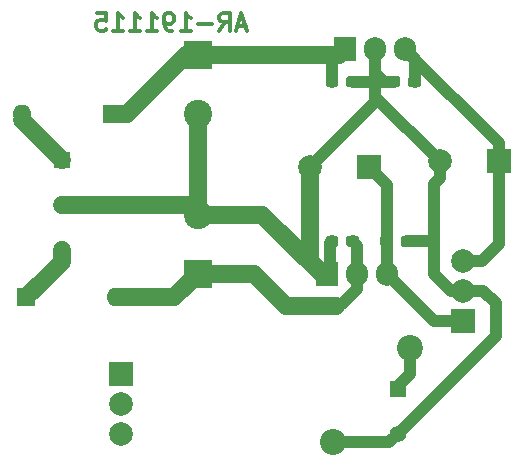
<source format=gbr>
G04 #@! TF.GenerationSoftware,KiCad,Pcbnew,(5.0.0)*
G04 #@! TF.CreationDate,2019-11-15T18:54:58-03:00*
G04 #@! TF.ProjectId,driver_alto,6472697665725F616C746F2E6B696361,rev?*
G04 #@! TF.SameCoordinates,Original*
G04 #@! TF.FileFunction,Copper,L2,Bot,Signal*
G04 #@! TF.FilePolarity,Positive*
%FSLAX46Y46*%
G04 Gerber Fmt 4.6, Leading zero omitted, Abs format (unit mm)*
G04 Created by KiCad (PCBNEW (5.0.0)) date 11/15/19 18:54:58*
%MOMM*%
%LPD*%
G01*
G04 APERTURE LIST*
G04 #@! TA.AperFunction,NonConductor*
%ADD10C,0.300000*%
G04 #@! TD*
G04 #@! TA.AperFunction,ComponentPad*
%ADD11R,1.600000X1.600000*%
G04 #@! TD*
G04 #@! TA.AperFunction,ComponentPad*
%ADD12O,1.600000X1.600000*%
G04 #@! TD*
G04 #@! TA.AperFunction,ComponentPad*
%ADD13C,2.000000*%
G04 #@! TD*
G04 #@! TA.AperFunction,ComponentPad*
%ADD14R,2.000000X2.000000*%
G04 #@! TD*
G04 #@! TA.AperFunction,Conductor*
%ADD15C,0.050000*%
G04 #@! TD*
G04 #@! TA.AperFunction,SMDPad,CuDef*
%ADD16C,0.950000*%
G04 #@! TD*
G04 #@! TA.AperFunction,ComponentPad*
%ADD17C,2.400000*%
G04 #@! TD*
G04 #@! TA.AperFunction,ComponentPad*
%ADD18R,2.400000X2.400000*%
G04 #@! TD*
G04 #@! TA.AperFunction,ComponentPad*
%ADD19C,1.400000*%
G04 #@! TD*
G04 #@! TA.AperFunction,ComponentPad*
%ADD20R,1.400000X1.400000*%
G04 #@! TD*
G04 #@! TA.AperFunction,ComponentPad*
%ADD21R,1.905000X2.000000*%
G04 #@! TD*
G04 #@! TA.AperFunction,ComponentPad*
%ADD22O,1.905000X2.000000*%
G04 #@! TD*
G04 #@! TA.AperFunction,ViaPad*
%ADD23C,2.200000*%
G04 #@! TD*
G04 #@! TA.AperFunction,Conductor*
%ADD24C,1.000000*%
G04 #@! TD*
G04 #@! TA.AperFunction,Conductor*
%ADD25C,1.500000*%
G04 #@! TD*
G04 APERTURE END LIST*
D10*
X119071428Y-49000000D02*
X118357142Y-49000000D01*
X119214285Y-49428571D02*
X118714285Y-47928571D01*
X118214285Y-49428571D01*
X116857142Y-49428571D02*
X117357142Y-48714285D01*
X117714285Y-49428571D02*
X117714285Y-47928571D01*
X117142857Y-47928571D01*
X117000000Y-48000000D01*
X116928571Y-48071428D01*
X116857142Y-48214285D01*
X116857142Y-48428571D01*
X116928571Y-48571428D01*
X117000000Y-48642857D01*
X117142857Y-48714285D01*
X117714285Y-48714285D01*
X116214285Y-48857142D02*
X115071428Y-48857142D01*
X113571428Y-49428571D02*
X114428571Y-49428571D01*
X114000000Y-49428571D02*
X114000000Y-47928571D01*
X114142857Y-48142857D01*
X114285714Y-48285714D01*
X114428571Y-48357142D01*
X112857142Y-49428571D02*
X112571428Y-49428571D01*
X112428571Y-49357142D01*
X112357142Y-49285714D01*
X112214285Y-49071428D01*
X112142857Y-48785714D01*
X112142857Y-48214285D01*
X112214285Y-48071428D01*
X112285714Y-48000000D01*
X112428571Y-47928571D01*
X112714285Y-47928571D01*
X112857142Y-48000000D01*
X112928571Y-48071428D01*
X113000000Y-48214285D01*
X113000000Y-48571428D01*
X112928571Y-48714285D01*
X112857142Y-48785714D01*
X112714285Y-48857142D01*
X112428571Y-48857142D01*
X112285714Y-48785714D01*
X112214285Y-48714285D01*
X112142857Y-48571428D01*
X110714285Y-49428571D02*
X111571428Y-49428571D01*
X111142857Y-49428571D02*
X111142857Y-47928571D01*
X111285714Y-48142857D01*
X111428571Y-48285714D01*
X111571428Y-48357142D01*
X109285714Y-49428571D02*
X110142857Y-49428571D01*
X109714285Y-49428571D02*
X109714285Y-47928571D01*
X109857142Y-48142857D01*
X110000000Y-48285714D01*
X110142857Y-48357142D01*
X107857142Y-49428571D02*
X108714285Y-49428571D01*
X108285714Y-49428571D02*
X108285714Y-47928571D01*
X108428571Y-48142857D01*
X108571428Y-48285714D01*
X108714285Y-48357142D01*
X106500000Y-47928571D02*
X107214285Y-47928571D01*
X107285714Y-48642857D01*
X107214285Y-48571428D01*
X107071428Y-48500000D01*
X106714285Y-48500000D01*
X106571428Y-48571428D01*
X106500000Y-48642857D01*
X106428571Y-48785714D01*
X106428571Y-49142857D01*
X106500000Y-49285714D01*
X106571428Y-49357142D01*
X106714285Y-49428571D01*
X107071428Y-49428571D01*
X107214285Y-49357142D01*
X107285714Y-49285714D01*
D11*
G04 #@! TO.P,D2,1*
G04 #@! TO.N,Net-(D2-Pad1)*
X100500000Y-72000000D03*
D12*
G04 #@! TO.P,D2,2*
G04 #@! TO.N,Net-(C2-Pad1)*
X108120000Y-72000000D03*
G04 #@! TD*
D11*
G04 #@! TO.P,D1,1*
G04 #@! TO.N,Net-(C1-Pad1)*
X107750000Y-56500000D03*
D12*
G04 #@! TO.P,D1,2*
G04 #@! TO.N,Net-(D1-Pad2)*
X100130000Y-56500000D03*
G04 #@! TD*
D13*
G04 #@! TO.P,C10,2*
G04 #@! TO.N,GNDREF*
X135500000Y-60500000D03*
D14*
G04 #@! TO.P,C10,1*
G04 #@! TO.N,/VCC*
X140500000Y-60500000D03*
G04 #@! TD*
G04 #@! TO.P,C11,1*
G04 #@! TO.N,/VEE*
X129500000Y-61000000D03*
D13*
G04 #@! TO.P,C11,2*
G04 #@! TO.N,GNDREF*
X124500000Y-61000000D03*
G04 #@! TD*
D15*
G04 #@! TO.N,/VEE*
G04 #@! TO.C,C7*
G36*
X131310779Y-66776144D02*
X131333834Y-66779563D01*
X131356443Y-66785227D01*
X131378387Y-66793079D01*
X131399457Y-66803044D01*
X131419448Y-66815026D01*
X131438168Y-66828910D01*
X131455438Y-66844562D01*
X131471090Y-66861832D01*
X131484974Y-66880552D01*
X131496956Y-66900543D01*
X131506921Y-66921613D01*
X131514773Y-66943557D01*
X131520437Y-66966166D01*
X131523856Y-66989221D01*
X131525000Y-67012500D01*
X131525000Y-67487500D01*
X131523856Y-67510779D01*
X131520437Y-67533834D01*
X131514773Y-67556443D01*
X131506921Y-67578387D01*
X131496956Y-67599457D01*
X131484974Y-67619448D01*
X131471090Y-67638168D01*
X131455438Y-67655438D01*
X131438168Y-67671090D01*
X131419448Y-67684974D01*
X131399457Y-67696956D01*
X131378387Y-67706921D01*
X131356443Y-67714773D01*
X131333834Y-67720437D01*
X131310779Y-67723856D01*
X131287500Y-67725000D01*
X130712500Y-67725000D01*
X130689221Y-67723856D01*
X130666166Y-67720437D01*
X130643557Y-67714773D01*
X130621613Y-67706921D01*
X130600543Y-67696956D01*
X130580552Y-67684974D01*
X130561832Y-67671090D01*
X130544562Y-67655438D01*
X130528910Y-67638168D01*
X130515026Y-67619448D01*
X130503044Y-67599457D01*
X130493079Y-67578387D01*
X130485227Y-67556443D01*
X130479563Y-67533834D01*
X130476144Y-67510779D01*
X130475000Y-67487500D01*
X130475000Y-67012500D01*
X130476144Y-66989221D01*
X130479563Y-66966166D01*
X130485227Y-66943557D01*
X130493079Y-66921613D01*
X130503044Y-66900543D01*
X130515026Y-66880552D01*
X130528910Y-66861832D01*
X130544562Y-66844562D01*
X130561832Y-66828910D01*
X130580552Y-66815026D01*
X130600543Y-66803044D01*
X130621613Y-66793079D01*
X130643557Y-66785227D01*
X130666166Y-66779563D01*
X130689221Y-66776144D01*
X130712500Y-66775000D01*
X131287500Y-66775000D01*
X131310779Y-66776144D01*
X131310779Y-66776144D01*
G37*
D16*
G04 #@! TD*
G04 #@! TO.P,C7,1*
G04 #@! TO.N,/VEE*
X131000000Y-67250000D03*
D15*
G04 #@! TO.N,GNDREF*
G04 #@! TO.C,C7*
G36*
X133060779Y-66776144D02*
X133083834Y-66779563D01*
X133106443Y-66785227D01*
X133128387Y-66793079D01*
X133149457Y-66803044D01*
X133169448Y-66815026D01*
X133188168Y-66828910D01*
X133205438Y-66844562D01*
X133221090Y-66861832D01*
X133234974Y-66880552D01*
X133246956Y-66900543D01*
X133256921Y-66921613D01*
X133264773Y-66943557D01*
X133270437Y-66966166D01*
X133273856Y-66989221D01*
X133275000Y-67012500D01*
X133275000Y-67487500D01*
X133273856Y-67510779D01*
X133270437Y-67533834D01*
X133264773Y-67556443D01*
X133256921Y-67578387D01*
X133246956Y-67599457D01*
X133234974Y-67619448D01*
X133221090Y-67638168D01*
X133205438Y-67655438D01*
X133188168Y-67671090D01*
X133169448Y-67684974D01*
X133149457Y-67696956D01*
X133128387Y-67706921D01*
X133106443Y-67714773D01*
X133083834Y-67720437D01*
X133060779Y-67723856D01*
X133037500Y-67725000D01*
X132462500Y-67725000D01*
X132439221Y-67723856D01*
X132416166Y-67720437D01*
X132393557Y-67714773D01*
X132371613Y-67706921D01*
X132350543Y-67696956D01*
X132330552Y-67684974D01*
X132311832Y-67671090D01*
X132294562Y-67655438D01*
X132278910Y-67638168D01*
X132265026Y-67619448D01*
X132253044Y-67599457D01*
X132243079Y-67578387D01*
X132235227Y-67556443D01*
X132229563Y-67533834D01*
X132226144Y-67510779D01*
X132225000Y-67487500D01*
X132225000Y-67012500D01*
X132226144Y-66989221D01*
X132229563Y-66966166D01*
X132235227Y-66943557D01*
X132243079Y-66921613D01*
X132253044Y-66900543D01*
X132265026Y-66880552D01*
X132278910Y-66861832D01*
X132294562Y-66844562D01*
X132311832Y-66828910D01*
X132330552Y-66815026D01*
X132350543Y-66803044D01*
X132371613Y-66793079D01*
X132393557Y-66785227D01*
X132416166Y-66779563D01*
X132439221Y-66776144D01*
X132462500Y-66775000D01*
X133037500Y-66775000D01*
X133060779Y-66776144D01*
X133060779Y-66776144D01*
G37*
D16*
G04 #@! TD*
G04 #@! TO.P,C7,2*
G04 #@! TO.N,GNDREF*
X132750000Y-67250000D03*
D13*
G04 #@! TO.P,J4,3*
G04 #@! TO.N,/VCC*
X137500000Y-68920000D03*
G04 #@! TO.P,J4,2*
G04 #@! TO.N,GNDREF*
X137500000Y-71460000D03*
D14*
G04 #@! TO.P,J4,1*
G04 #@! TO.N,/VEE*
X137500000Y-74000000D03*
G04 #@! TD*
G04 #@! TO.P,J2,1*
G04 #@! TO.N,/VDD*
X108500000Y-78500000D03*
D13*
G04 #@! TO.P,J2,2*
G04 #@! TO.N,GND*
X108500000Y-81040000D03*
G04 #@! TO.P,J2,3*
G04 #@! TO.N,Net-(J2-Pad3)*
X108500000Y-83580000D03*
G04 #@! TD*
D17*
G04 #@! TO.P,C1,2*
G04 #@! TO.N,GNDREF*
X115000000Y-56500000D03*
D18*
G04 #@! TO.P,C1,1*
G04 #@! TO.N,Net-(C1-Pad1)*
X115000000Y-51500000D03*
G04 #@! TD*
G04 #@! TO.P,C2,1*
G04 #@! TO.N,Net-(C2-Pad1)*
X115000000Y-70000000D03*
D17*
G04 #@! TO.P,C2,2*
G04 #@! TO.N,GNDREF*
X115000000Y-65000000D03*
G04 #@! TD*
D15*
G04 #@! TO.N,Net-(C1-Pad1)*
G04 #@! TO.C,C4*
G36*
X126685779Y-53276144D02*
X126708834Y-53279563D01*
X126731443Y-53285227D01*
X126753387Y-53293079D01*
X126774457Y-53303044D01*
X126794448Y-53315026D01*
X126813168Y-53328910D01*
X126830438Y-53344562D01*
X126846090Y-53361832D01*
X126859974Y-53380552D01*
X126871956Y-53400543D01*
X126881921Y-53421613D01*
X126889773Y-53443557D01*
X126895437Y-53466166D01*
X126898856Y-53489221D01*
X126900000Y-53512500D01*
X126900000Y-53987500D01*
X126898856Y-54010779D01*
X126895437Y-54033834D01*
X126889773Y-54056443D01*
X126881921Y-54078387D01*
X126871956Y-54099457D01*
X126859974Y-54119448D01*
X126846090Y-54138168D01*
X126830438Y-54155438D01*
X126813168Y-54171090D01*
X126794448Y-54184974D01*
X126774457Y-54196956D01*
X126753387Y-54206921D01*
X126731443Y-54214773D01*
X126708834Y-54220437D01*
X126685779Y-54223856D01*
X126662500Y-54225000D01*
X126087500Y-54225000D01*
X126064221Y-54223856D01*
X126041166Y-54220437D01*
X126018557Y-54214773D01*
X125996613Y-54206921D01*
X125975543Y-54196956D01*
X125955552Y-54184974D01*
X125936832Y-54171090D01*
X125919562Y-54155438D01*
X125903910Y-54138168D01*
X125890026Y-54119448D01*
X125878044Y-54099457D01*
X125868079Y-54078387D01*
X125860227Y-54056443D01*
X125854563Y-54033834D01*
X125851144Y-54010779D01*
X125850000Y-53987500D01*
X125850000Y-53512500D01*
X125851144Y-53489221D01*
X125854563Y-53466166D01*
X125860227Y-53443557D01*
X125868079Y-53421613D01*
X125878044Y-53400543D01*
X125890026Y-53380552D01*
X125903910Y-53361832D01*
X125919562Y-53344562D01*
X125936832Y-53328910D01*
X125955552Y-53315026D01*
X125975543Y-53303044D01*
X125996613Y-53293079D01*
X126018557Y-53285227D01*
X126041166Y-53279563D01*
X126064221Y-53276144D01*
X126087500Y-53275000D01*
X126662500Y-53275000D01*
X126685779Y-53276144D01*
X126685779Y-53276144D01*
G37*
D16*
G04 #@! TD*
G04 #@! TO.P,C4,1*
G04 #@! TO.N,Net-(C1-Pad1)*
X126375000Y-53750000D03*
D15*
G04 #@! TO.N,GNDREF*
G04 #@! TO.C,C4*
G36*
X128435779Y-53276144D02*
X128458834Y-53279563D01*
X128481443Y-53285227D01*
X128503387Y-53293079D01*
X128524457Y-53303044D01*
X128544448Y-53315026D01*
X128563168Y-53328910D01*
X128580438Y-53344562D01*
X128596090Y-53361832D01*
X128609974Y-53380552D01*
X128621956Y-53400543D01*
X128631921Y-53421613D01*
X128639773Y-53443557D01*
X128645437Y-53466166D01*
X128648856Y-53489221D01*
X128650000Y-53512500D01*
X128650000Y-53987500D01*
X128648856Y-54010779D01*
X128645437Y-54033834D01*
X128639773Y-54056443D01*
X128631921Y-54078387D01*
X128621956Y-54099457D01*
X128609974Y-54119448D01*
X128596090Y-54138168D01*
X128580438Y-54155438D01*
X128563168Y-54171090D01*
X128544448Y-54184974D01*
X128524457Y-54196956D01*
X128503387Y-54206921D01*
X128481443Y-54214773D01*
X128458834Y-54220437D01*
X128435779Y-54223856D01*
X128412500Y-54225000D01*
X127837500Y-54225000D01*
X127814221Y-54223856D01*
X127791166Y-54220437D01*
X127768557Y-54214773D01*
X127746613Y-54206921D01*
X127725543Y-54196956D01*
X127705552Y-54184974D01*
X127686832Y-54171090D01*
X127669562Y-54155438D01*
X127653910Y-54138168D01*
X127640026Y-54119448D01*
X127628044Y-54099457D01*
X127618079Y-54078387D01*
X127610227Y-54056443D01*
X127604563Y-54033834D01*
X127601144Y-54010779D01*
X127600000Y-53987500D01*
X127600000Y-53512500D01*
X127601144Y-53489221D01*
X127604563Y-53466166D01*
X127610227Y-53443557D01*
X127618079Y-53421613D01*
X127628044Y-53400543D01*
X127640026Y-53380552D01*
X127653910Y-53361832D01*
X127669562Y-53344562D01*
X127686832Y-53328910D01*
X127705552Y-53315026D01*
X127725543Y-53303044D01*
X127746613Y-53293079D01*
X127768557Y-53285227D01*
X127791166Y-53279563D01*
X127814221Y-53276144D01*
X127837500Y-53275000D01*
X128412500Y-53275000D01*
X128435779Y-53276144D01*
X128435779Y-53276144D01*
G37*
D16*
G04 #@! TD*
G04 #@! TO.P,C4,2*
G04 #@! TO.N,GNDREF*
X128125000Y-53750000D03*
D15*
G04 #@! TO.N,Net-(C2-Pad1)*
G04 #@! TO.C,C5*
G36*
X128435779Y-66776144D02*
X128458834Y-66779563D01*
X128481443Y-66785227D01*
X128503387Y-66793079D01*
X128524457Y-66803044D01*
X128544448Y-66815026D01*
X128563168Y-66828910D01*
X128580438Y-66844562D01*
X128596090Y-66861832D01*
X128609974Y-66880552D01*
X128621956Y-66900543D01*
X128631921Y-66921613D01*
X128639773Y-66943557D01*
X128645437Y-66966166D01*
X128648856Y-66989221D01*
X128650000Y-67012500D01*
X128650000Y-67487500D01*
X128648856Y-67510779D01*
X128645437Y-67533834D01*
X128639773Y-67556443D01*
X128631921Y-67578387D01*
X128621956Y-67599457D01*
X128609974Y-67619448D01*
X128596090Y-67638168D01*
X128580438Y-67655438D01*
X128563168Y-67671090D01*
X128544448Y-67684974D01*
X128524457Y-67696956D01*
X128503387Y-67706921D01*
X128481443Y-67714773D01*
X128458834Y-67720437D01*
X128435779Y-67723856D01*
X128412500Y-67725000D01*
X127837500Y-67725000D01*
X127814221Y-67723856D01*
X127791166Y-67720437D01*
X127768557Y-67714773D01*
X127746613Y-67706921D01*
X127725543Y-67696956D01*
X127705552Y-67684974D01*
X127686832Y-67671090D01*
X127669562Y-67655438D01*
X127653910Y-67638168D01*
X127640026Y-67619448D01*
X127628044Y-67599457D01*
X127618079Y-67578387D01*
X127610227Y-67556443D01*
X127604563Y-67533834D01*
X127601144Y-67510779D01*
X127600000Y-67487500D01*
X127600000Y-67012500D01*
X127601144Y-66989221D01*
X127604563Y-66966166D01*
X127610227Y-66943557D01*
X127618079Y-66921613D01*
X127628044Y-66900543D01*
X127640026Y-66880552D01*
X127653910Y-66861832D01*
X127669562Y-66844562D01*
X127686832Y-66828910D01*
X127705552Y-66815026D01*
X127725543Y-66803044D01*
X127746613Y-66793079D01*
X127768557Y-66785227D01*
X127791166Y-66779563D01*
X127814221Y-66776144D01*
X127837500Y-66775000D01*
X128412500Y-66775000D01*
X128435779Y-66776144D01*
X128435779Y-66776144D01*
G37*
D16*
G04 #@! TD*
G04 #@! TO.P,C5,1*
G04 #@! TO.N,Net-(C2-Pad1)*
X128125000Y-67250000D03*
D15*
G04 #@! TO.N,GNDREF*
G04 #@! TO.C,C5*
G36*
X126685779Y-66776144D02*
X126708834Y-66779563D01*
X126731443Y-66785227D01*
X126753387Y-66793079D01*
X126774457Y-66803044D01*
X126794448Y-66815026D01*
X126813168Y-66828910D01*
X126830438Y-66844562D01*
X126846090Y-66861832D01*
X126859974Y-66880552D01*
X126871956Y-66900543D01*
X126881921Y-66921613D01*
X126889773Y-66943557D01*
X126895437Y-66966166D01*
X126898856Y-66989221D01*
X126900000Y-67012500D01*
X126900000Y-67487500D01*
X126898856Y-67510779D01*
X126895437Y-67533834D01*
X126889773Y-67556443D01*
X126881921Y-67578387D01*
X126871956Y-67599457D01*
X126859974Y-67619448D01*
X126846090Y-67638168D01*
X126830438Y-67655438D01*
X126813168Y-67671090D01*
X126794448Y-67684974D01*
X126774457Y-67696956D01*
X126753387Y-67706921D01*
X126731443Y-67714773D01*
X126708834Y-67720437D01*
X126685779Y-67723856D01*
X126662500Y-67725000D01*
X126087500Y-67725000D01*
X126064221Y-67723856D01*
X126041166Y-67720437D01*
X126018557Y-67714773D01*
X125996613Y-67706921D01*
X125975543Y-67696956D01*
X125955552Y-67684974D01*
X125936832Y-67671090D01*
X125919562Y-67655438D01*
X125903910Y-67638168D01*
X125890026Y-67619448D01*
X125878044Y-67599457D01*
X125868079Y-67578387D01*
X125860227Y-67556443D01*
X125854563Y-67533834D01*
X125851144Y-67510779D01*
X125850000Y-67487500D01*
X125850000Y-67012500D01*
X125851144Y-66989221D01*
X125854563Y-66966166D01*
X125860227Y-66943557D01*
X125868079Y-66921613D01*
X125878044Y-66900543D01*
X125890026Y-66880552D01*
X125903910Y-66861832D01*
X125919562Y-66844562D01*
X125936832Y-66828910D01*
X125955552Y-66815026D01*
X125975543Y-66803044D01*
X125996613Y-66793079D01*
X126018557Y-66785227D01*
X126041166Y-66779563D01*
X126064221Y-66776144D01*
X126087500Y-66775000D01*
X126662500Y-66775000D01*
X126685779Y-66776144D01*
X126685779Y-66776144D01*
G37*
D16*
G04 #@! TD*
G04 #@! TO.P,C5,2*
G04 #@! TO.N,GNDREF*
X126375000Y-67250000D03*
D15*
G04 #@! TO.N,GNDREF*
G04 #@! TO.C,C6*
G36*
X131935779Y-53276144D02*
X131958834Y-53279563D01*
X131981443Y-53285227D01*
X132003387Y-53293079D01*
X132024457Y-53303044D01*
X132044448Y-53315026D01*
X132063168Y-53328910D01*
X132080438Y-53344562D01*
X132096090Y-53361832D01*
X132109974Y-53380552D01*
X132121956Y-53400543D01*
X132131921Y-53421613D01*
X132139773Y-53443557D01*
X132145437Y-53466166D01*
X132148856Y-53489221D01*
X132150000Y-53512500D01*
X132150000Y-53987500D01*
X132148856Y-54010779D01*
X132145437Y-54033834D01*
X132139773Y-54056443D01*
X132131921Y-54078387D01*
X132121956Y-54099457D01*
X132109974Y-54119448D01*
X132096090Y-54138168D01*
X132080438Y-54155438D01*
X132063168Y-54171090D01*
X132044448Y-54184974D01*
X132024457Y-54196956D01*
X132003387Y-54206921D01*
X131981443Y-54214773D01*
X131958834Y-54220437D01*
X131935779Y-54223856D01*
X131912500Y-54225000D01*
X131337500Y-54225000D01*
X131314221Y-54223856D01*
X131291166Y-54220437D01*
X131268557Y-54214773D01*
X131246613Y-54206921D01*
X131225543Y-54196956D01*
X131205552Y-54184974D01*
X131186832Y-54171090D01*
X131169562Y-54155438D01*
X131153910Y-54138168D01*
X131140026Y-54119448D01*
X131128044Y-54099457D01*
X131118079Y-54078387D01*
X131110227Y-54056443D01*
X131104563Y-54033834D01*
X131101144Y-54010779D01*
X131100000Y-53987500D01*
X131100000Y-53512500D01*
X131101144Y-53489221D01*
X131104563Y-53466166D01*
X131110227Y-53443557D01*
X131118079Y-53421613D01*
X131128044Y-53400543D01*
X131140026Y-53380552D01*
X131153910Y-53361832D01*
X131169562Y-53344562D01*
X131186832Y-53328910D01*
X131205552Y-53315026D01*
X131225543Y-53303044D01*
X131246613Y-53293079D01*
X131268557Y-53285227D01*
X131291166Y-53279563D01*
X131314221Y-53276144D01*
X131337500Y-53275000D01*
X131912500Y-53275000D01*
X131935779Y-53276144D01*
X131935779Y-53276144D01*
G37*
D16*
G04 #@! TD*
G04 #@! TO.P,C6,2*
G04 #@! TO.N,GNDREF*
X131625000Y-53750000D03*
D15*
G04 #@! TO.N,/VCC*
G04 #@! TO.C,C6*
G36*
X133685779Y-53276144D02*
X133708834Y-53279563D01*
X133731443Y-53285227D01*
X133753387Y-53293079D01*
X133774457Y-53303044D01*
X133794448Y-53315026D01*
X133813168Y-53328910D01*
X133830438Y-53344562D01*
X133846090Y-53361832D01*
X133859974Y-53380552D01*
X133871956Y-53400543D01*
X133881921Y-53421613D01*
X133889773Y-53443557D01*
X133895437Y-53466166D01*
X133898856Y-53489221D01*
X133900000Y-53512500D01*
X133900000Y-53987500D01*
X133898856Y-54010779D01*
X133895437Y-54033834D01*
X133889773Y-54056443D01*
X133881921Y-54078387D01*
X133871956Y-54099457D01*
X133859974Y-54119448D01*
X133846090Y-54138168D01*
X133830438Y-54155438D01*
X133813168Y-54171090D01*
X133794448Y-54184974D01*
X133774457Y-54196956D01*
X133753387Y-54206921D01*
X133731443Y-54214773D01*
X133708834Y-54220437D01*
X133685779Y-54223856D01*
X133662500Y-54225000D01*
X133087500Y-54225000D01*
X133064221Y-54223856D01*
X133041166Y-54220437D01*
X133018557Y-54214773D01*
X132996613Y-54206921D01*
X132975543Y-54196956D01*
X132955552Y-54184974D01*
X132936832Y-54171090D01*
X132919562Y-54155438D01*
X132903910Y-54138168D01*
X132890026Y-54119448D01*
X132878044Y-54099457D01*
X132868079Y-54078387D01*
X132860227Y-54056443D01*
X132854563Y-54033834D01*
X132851144Y-54010779D01*
X132850000Y-53987500D01*
X132850000Y-53512500D01*
X132851144Y-53489221D01*
X132854563Y-53466166D01*
X132860227Y-53443557D01*
X132868079Y-53421613D01*
X132878044Y-53400543D01*
X132890026Y-53380552D01*
X132903910Y-53361832D01*
X132919562Y-53344562D01*
X132936832Y-53328910D01*
X132955552Y-53315026D01*
X132975543Y-53303044D01*
X132996613Y-53293079D01*
X133018557Y-53285227D01*
X133041166Y-53279563D01*
X133064221Y-53276144D01*
X133087500Y-53275000D01*
X133662500Y-53275000D01*
X133685779Y-53276144D01*
X133685779Y-53276144D01*
G37*
D16*
G04 #@! TD*
G04 #@! TO.P,C6,1*
G04 #@! TO.N,/VCC*
X133375000Y-53750000D03*
D19*
G04 #@! TO.P,J1,3*
G04 #@! TO.N,Net-(D2-Pad1)*
X103500000Y-68000000D03*
G04 #@! TO.P,J1,2*
G04 #@! TO.N,GNDREF*
X103500000Y-64190000D03*
D20*
G04 #@! TO.P,J1,1*
G04 #@! TO.N,Net-(D1-Pad2)*
X103500000Y-60380000D03*
G04 #@! TD*
G04 #@! TO.P,J3,1*
G04 #@! TO.N,Net-(J3-Pad1)*
X132000000Y-79750000D03*
D19*
G04 #@! TO.P,J3,2*
G04 #@! TO.N,GNDREF*
X132000000Y-83560000D03*
G04 #@! TD*
D21*
G04 #@! TO.P,U1,1*
G04 #@! TO.N,Net-(C1-Pad1)*
X127500000Y-51000000D03*
D22*
G04 #@! TO.P,U1,2*
G04 #@! TO.N,GNDREF*
X130040000Y-51000000D03*
G04 #@! TO.P,U1,3*
G04 #@! TO.N,/VCC*
X132580000Y-51000000D03*
G04 #@! TD*
G04 #@! TO.P,U2,3*
G04 #@! TO.N,/VEE*
X131000000Y-70000000D03*
G04 #@! TO.P,U2,2*
G04 #@! TO.N,Net-(C2-Pad1)*
X128460000Y-70000000D03*
D21*
G04 #@! TO.P,U2,1*
G04 #@! TO.N,GNDREF*
X125920000Y-70000000D03*
G04 #@! TD*
D23*
G04 #@! TO.N,GNDREF*
X126500000Y-84250000D03*
G04 #@! TO.N,Net-(J3-Pad1)*
X133000000Y-76300000D03*
G04 #@! TD*
D24*
G04 #@! TO.N,GNDREF*
X114190000Y-64190000D02*
X115000000Y-65000000D01*
D25*
X103500000Y-64190000D02*
X114190000Y-64190000D01*
X115000000Y-65000000D02*
X115000000Y-56500000D01*
D24*
X130040000Y-55040000D02*
X135500000Y-60500000D01*
X130040000Y-51000000D02*
X130040000Y-55040000D01*
X130040000Y-55460000D02*
X130040000Y-51000000D01*
X124500000Y-61000000D02*
X130040000Y-55460000D01*
X124500000Y-68580000D02*
X125920000Y-70000000D01*
X130790000Y-53750000D02*
X131000000Y-53750000D01*
X130040000Y-53000000D02*
X130790000Y-53750000D01*
X130040000Y-51000000D02*
X130040000Y-53000000D01*
X128125000Y-53750000D02*
X131000000Y-53750000D01*
X131000000Y-53750000D02*
X131625000Y-53750000D01*
X136460000Y-71460000D02*
X137500000Y-71460000D01*
X135000000Y-70000000D02*
X136460000Y-71460000D01*
X135500000Y-60500000D02*
X135500000Y-61914213D01*
X135500000Y-61914213D02*
X135000000Y-62414213D01*
X132750000Y-67250000D02*
X135000000Y-67250000D01*
X135000000Y-62414213D02*
X135000000Y-67250000D01*
X135000000Y-67250000D02*
X135000000Y-70000000D01*
D25*
X120500000Y-65000000D02*
X115000000Y-65000000D01*
X125920000Y-70000000D02*
X125500000Y-70000000D01*
X125500000Y-70000000D02*
X120500000Y-65000000D01*
D24*
X139210000Y-71460000D02*
X137500000Y-71460000D01*
X140250000Y-72500000D02*
X139210000Y-71460000D01*
X132000000Y-83560000D02*
X140250000Y-75310000D01*
X140250000Y-75310000D02*
X140250000Y-72500000D01*
X131250000Y-84250000D02*
X126500000Y-84250000D01*
X132000000Y-83560000D02*
X131940000Y-83560000D01*
X131940000Y-83560000D02*
X131250000Y-84250000D01*
X126250000Y-70000000D02*
X125920000Y-70000000D01*
X126375000Y-67250000D02*
X126250000Y-67375000D01*
X126250000Y-67375000D02*
X126250000Y-70000000D01*
D25*
X124500000Y-61000000D02*
X124500000Y-68580000D01*
G04 #@! TO.N,Net-(C1-Pad1)*
X127000000Y-51500000D02*
X127500000Y-51000000D01*
X115000000Y-51500000D02*
X127000000Y-51500000D01*
D24*
X126375000Y-52125000D02*
X127500000Y-51000000D01*
X126375000Y-53750000D02*
X126375000Y-52125000D01*
D25*
X109000000Y-56500000D02*
X107750000Y-56500000D01*
X115000000Y-51500000D02*
X114000000Y-51500000D01*
X114000000Y-51500000D02*
X109000000Y-56500000D01*
G04 #@! TO.N,Net-(C2-Pad1)*
X113000000Y-72000000D02*
X115000000Y-70000000D01*
X108120000Y-72000000D02*
X113000000Y-72000000D01*
X119750000Y-70000000D02*
X115000000Y-70000000D01*
X122500000Y-72750000D02*
X119750000Y-70000000D01*
X126710000Y-72750000D02*
X122500000Y-72750000D01*
D24*
X128460000Y-71290000D02*
X127210000Y-72540000D01*
X128460000Y-70000000D02*
X128460000Y-71290000D01*
X128500000Y-69960000D02*
X128460000Y-70000000D01*
X128125000Y-67250000D02*
X128500000Y-67625000D01*
X128500000Y-67625000D02*
X128500000Y-69960000D01*
G04 #@! TO.N,/VCC*
X140500000Y-58967500D02*
X140500000Y-60500000D01*
X132580000Y-51047500D02*
X140500000Y-58967500D01*
X132580000Y-51000000D02*
X132580000Y-51047500D01*
X137500000Y-68920000D02*
X139080000Y-68920000D01*
X140500000Y-67500000D02*
X140500000Y-60500000D01*
X139080000Y-68920000D02*
X140500000Y-67500000D01*
X133375000Y-51795000D02*
X133375000Y-53750000D01*
X132580000Y-51000000D02*
X133375000Y-51795000D01*
G04 #@! TO.N,/VEE*
X131000000Y-62500000D02*
X129500000Y-61000000D01*
X131000000Y-70000000D02*
X131000000Y-62500000D01*
X131000000Y-67250000D02*
X131000000Y-70000000D01*
X135000000Y-74000000D02*
X131000000Y-70000000D01*
X137500000Y-74000000D02*
X135000000Y-74000000D01*
D25*
G04 #@! TO.N,Net-(D1-Pad2)*
X100130000Y-57010000D02*
X103500000Y-60380000D01*
D24*
X100130000Y-56500000D02*
X100130000Y-57010000D01*
D25*
G04 #@! TO.N,Net-(D2-Pad1)*
X102000000Y-70500000D02*
X100500000Y-72000000D01*
X103500000Y-68000000D02*
X103500000Y-69000000D01*
X103500000Y-69000000D02*
X102000000Y-70500000D01*
D24*
G04 #@! TO.N,Net-(J3-Pad1)*
X133000000Y-78500000D02*
X133000000Y-76250000D01*
X132000000Y-79750000D02*
X132000000Y-79500000D01*
X132000000Y-79500000D02*
X133000000Y-78500000D01*
G04 #@! TD*
M02*

</source>
